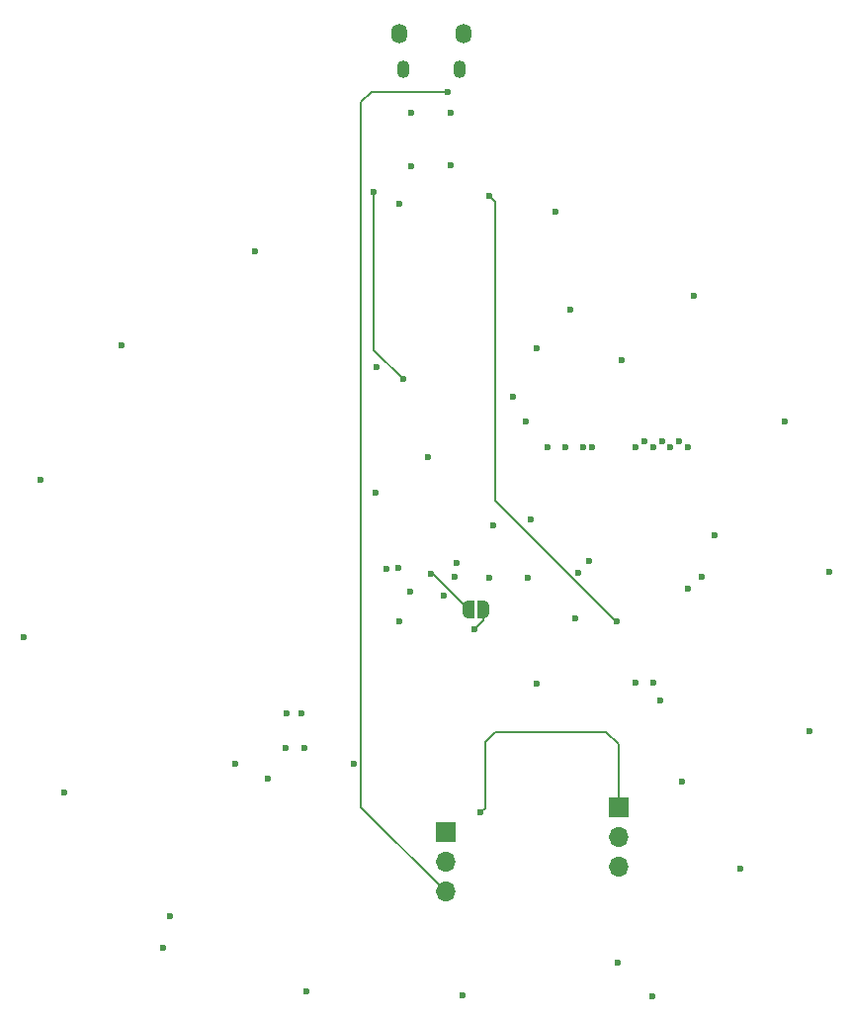
<source format=gbr>
%TF.GenerationSoftware,KiCad,Pcbnew,8.0.6*%
%TF.CreationDate,2024-11-25T23:57:44-05:00*%
%TF.ProjectId,Christmas Ornament 2024,43687269-7374-46d6-9173-204f726e616d,rev?*%
%TF.SameCoordinates,Original*%
%TF.FileFunction,Copper,L4,Bot*%
%TF.FilePolarity,Positive*%
%FSLAX46Y46*%
G04 Gerber Fmt 4.6, Leading zero omitted, Abs format (unit mm)*
G04 Created by KiCad (PCBNEW 8.0.6) date 2024-11-25 23:57:44*
%MOMM*%
%LPD*%
G01*
G04 APERTURE LIST*
G04 Aperture macros list*
%AMFreePoly0*
4,1,19,0.500000,-0.750000,0.000000,-0.750000,0.000000,-0.744911,-0.071157,-0.744911,-0.207708,-0.704816,-0.327430,-0.627875,-0.420627,-0.520320,-0.479746,-0.390866,-0.500000,-0.250000,-0.500000,0.250000,-0.479746,0.390866,-0.420627,0.520320,-0.327430,0.627875,-0.207708,0.704816,-0.071157,0.744911,0.000000,0.744911,0.000000,0.750000,0.500000,0.750000,0.500000,-0.750000,0.500000,-0.750000,
$1*%
%AMFreePoly1*
4,1,19,0.000000,0.744911,0.071157,0.744911,0.207708,0.704816,0.327430,0.627875,0.420627,0.520320,0.479746,0.390866,0.500000,0.250000,0.500000,-0.250000,0.479746,-0.390866,0.420627,-0.520320,0.327430,-0.627875,0.207708,-0.704816,0.071157,-0.744911,0.000000,-0.744911,0.000000,-0.750000,-0.500000,-0.750000,-0.500000,0.750000,0.000000,0.750000,0.000000,0.744911,0.000000,0.744911,
$1*%
G04 Aperture macros list end*
%TA.AperFunction,ComponentPad*%
%ADD10R,1.700000X1.700000*%
%TD*%
%TA.AperFunction,ComponentPad*%
%ADD11O,1.700000X1.700000*%
%TD*%
%TA.AperFunction,ComponentPad*%
%ADD12O,1.350000X1.700000*%
%TD*%
%TA.AperFunction,ComponentPad*%
%ADD13O,1.100000X1.500000*%
%TD*%
%TA.AperFunction,SMDPad,CuDef*%
%ADD14FreePoly0,180.000000*%
%TD*%
%TA.AperFunction,SMDPad,CuDef*%
%ADD15FreePoly1,180.000000*%
%TD*%
%TA.AperFunction,ViaPad*%
%ADD16C,0.600000*%
%TD*%
%TA.AperFunction,Conductor*%
%ADD17C,0.200000*%
%TD*%
G04 APERTURE END LIST*
D10*
%TO.P,J4,1,Pin_1*%
%TO.N,+5C*%
X128270000Y-120904000D03*
D11*
%TO.P,J4,2,Pin_2*%
%TO.N,+5ish*%
X128270000Y-123444000D03*
%TO.P,J4,3,Pin_3*%
%TO.N,+5V*%
X128270000Y-125984000D03*
%TD*%
D10*
%TO.P,J5,1,Pin_1*%
%TO.N,+BATT*%
X143020000Y-118760000D03*
D11*
%TO.P,J5,2,Pin_2*%
%TO.N,unconnected-(J5-Pin_2-Pad2)*%
X143020000Y-121300000D03*
%TO.P,J5,3,Pin_3*%
%TO.N,GND*%
X143020000Y-123840000D03*
%TD*%
D12*
%TO.P,J1,6,Shield*%
%TO.N,GND*%
X129755000Y-52560000D03*
D13*
X129444999Y-55559999D03*
X124605000Y-55560000D03*
D12*
X124295000Y-52560000D03*
%TD*%
D14*
%TO.P,JP1,1,A*%
%TO.N,GND*%
X131460000Y-101854000D03*
D15*
%TO.P,JP1,2,B*%
%TO.N,Net-(JP1-B)*%
X130160000Y-101854000D03*
%TD*%
D16*
%TO.N,+3V3*%
X114500000Y-113700000D03*
X134000000Y-83600000D03*
X116100000Y-113700000D03*
X146600000Y-109600000D03*
X122300000Y-81100000D03*
X124206000Y-98298000D03*
X140800000Y-87900000D03*
X146800000Y-87400000D03*
X138900000Y-76200000D03*
X128700000Y-59300000D03*
X114600000Y-110700000D03*
X148200000Y-87400000D03*
X145300000Y-87400000D03*
X115900000Y-110700000D03*
X128700000Y-63800000D03*
X128036549Y-100663451D03*
X149000000Y-100000000D03*
X135500000Y-94100000D03*
X135300000Y-99100000D03*
%TO.N,GND*%
X124300000Y-67100000D03*
X116300000Y-134500000D03*
X140562500Y-97667500D03*
X136000000Y-108200000D03*
X143000000Y-132000000D03*
X149000000Y-87900000D03*
X92100000Y-104200000D03*
X129000000Y-99025000D03*
X129700000Y-134800000D03*
X132300000Y-94600000D03*
X130700000Y-103500000D03*
X150200000Y-98982500D03*
X129186403Y-97825000D03*
X143300000Y-80500000D03*
X124300000Y-102800000D03*
X104600000Y-128100000D03*
X138500000Y-87900000D03*
X120396000Y-115062000D03*
X132000000Y-99100000D03*
X139562500Y-98700000D03*
X95600000Y-117500000D03*
X140000000Y-87900000D03*
X135100000Y-85700000D03*
X125200000Y-100300000D03*
X136000000Y-79500000D03*
X125300000Y-59300000D03*
X151300000Y-95500000D03*
X147500000Y-87900000D03*
X144500000Y-108100000D03*
X139300000Y-102600000D03*
X104000000Y-130800000D03*
X146000000Y-108100000D03*
X159400000Y-112200000D03*
X111900000Y-71200000D03*
X125300000Y-63900000D03*
X149500000Y-75000000D03*
X144500000Y-87900000D03*
X137600000Y-67800000D03*
X93500000Y-90700000D03*
X123200000Y-98300000D03*
X122200000Y-91800000D03*
X100500000Y-79200000D03*
X161100000Y-98600000D03*
X157300000Y-85700000D03*
X146000000Y-87900000D03*
X153500000Y-124000000D03*
X110236000Y-115062000D03*
X113030000Y-116332000D03*
X137000000Y-87900000D03*
X126700000Y-88800000D03*
X145900000Y-134900000D03*
X148450000Y-116550000D03*
%TO.N,+BATT*%
X131200000Y-119200000D03*
%TO.N,+5V*%
X128400000Y-57500000D03*
%TO.N,Net-(JP1-B)*%
X127000000Y-98806000D03*
%TO.N,QSPI SS*%
X122100000Y-66100000D03*
X124600000Y-82100000D03*
%TO.N,Net-(SW1-A)*%
X142900000Y-102800000D03*
X132000000Y-66400000D03*
%TD*%
D17*
%TO.N,GND*%
X131460000Y-102740000D02*
X130700000Y-103500000D01*
X131460000Y-101854000D02*
X131460000Y-102740000D01*
%TO.N,+BATT*%
X132500000Y-112300000D02*
X131600000Y-113200000D01*
X143020000Y-118760000D02*
X143020000Y-113320000D01*
X142000000Y-112300000D02*
X132500000Y-112300000D01*
X131600000Y-113200000D02*
X131600000Y-118800000D01*
X143020000Y-113320000D02*
X142000000Y-112300000D01*
X131600000Y-118800000D02*
X131200000Y-119200000D01*
%TO.N,+5V*%
X121900000Y-57500000D02*
X120996000Y-58404000D01*
X120996000Y-58404000D02*
X120996000Y-118710000D01*
X128400000Y-57500000D02*
X121900000Y-57500000D01*
X120996000Y-118710000D02*
X128270000Y-125984000D01*
%TO.N,Net-(JP1-B)*%
X127112000Y-98806000D02*
X127000000Y-98806000D01*
X130160000Y-101854000D02*
X127112000Y-98806000D01*
%TO.N,QSPI SS*%
X122100000Y-79600000D02*
X124600000Y-82100000D01*
X122100000Y-66100000D02*
X122100000Y-79600000D01*
%TO.N,Net-(SW1-A)*%
X132500000Y-66900000D02*
X132000000Y-66400000D01*
X142900000Y-102800000D02*
X142813971Y-102800000D01*
X132500000Y-92486029D02*
X132500000Y-83700000D01*
X142813971Y-102800000D02*
X132500000Y-92486029D01*
X132500000Y-83700000D02*
X132500000Y-66900000D01*
%TD*%
M02*

</source>
